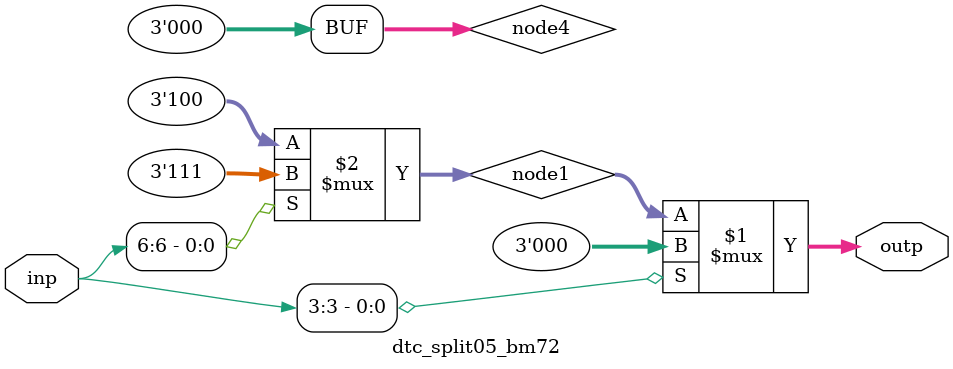
<source format=v>
module dtc_split05_bm72 (
	input  wire [12-1:0] inp,
	output wire [3-1:0] outp
);

	wire [3-1:0] node1;
	wire [3-1:0] node4;

	assign outp = (inp[3]) ? node4 : node1;
		assign node1 = (inp[6]) ? 3'b111 : 3'b100;
		assign node4 = (inp[6]) ? 3'b000 : 3'b000;

endmodule
</source>
